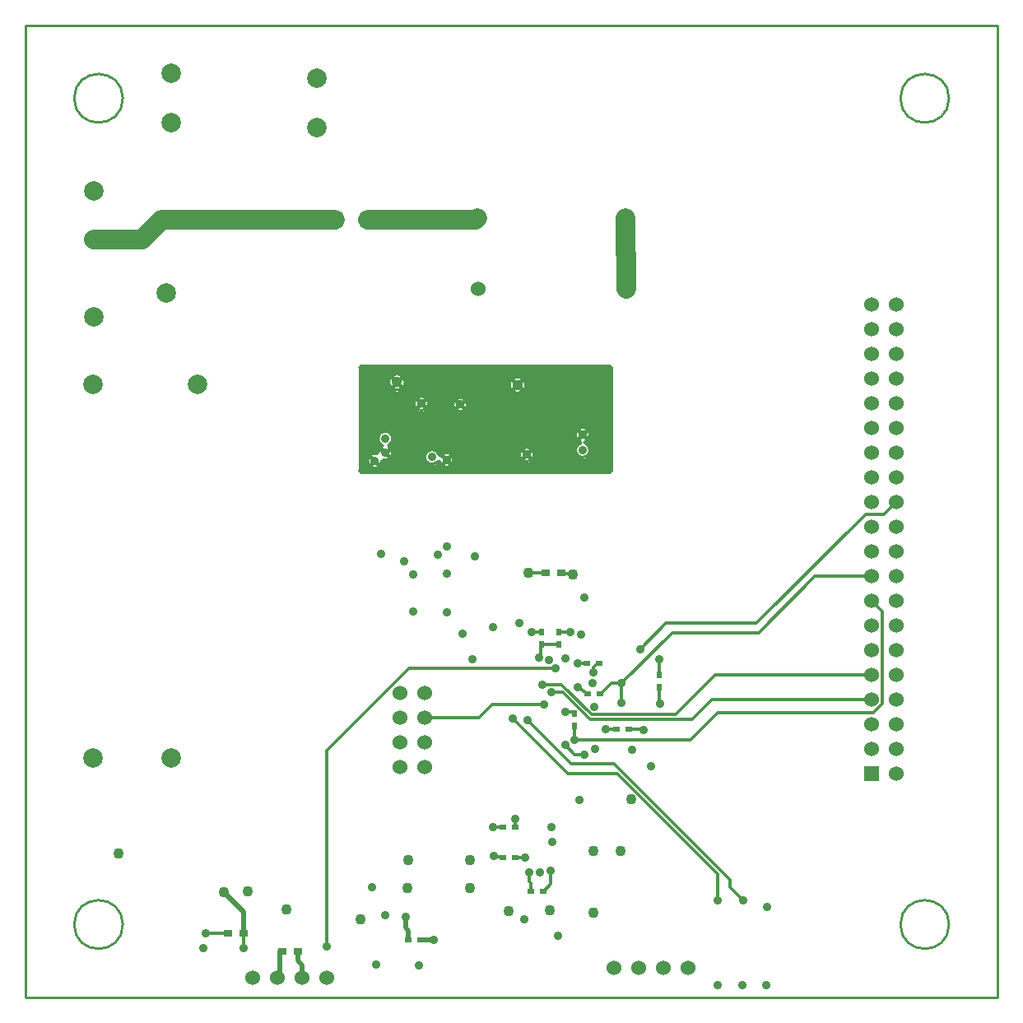
<source format=gbl>
*
*
G04 PADS VX.1.1 Build Number: 678707 generated Gerber (RS-274-X) file*
G04 PC Version=2.1*
*
%IN "opqbox2.pcb"*%
*
%MOIN*%
*
%FSLAX35Y35*%
*
*
*
*
G04 PC Standard Apertures*
*
*
G04 Thermal Relief Aperture macro.*
%AMTER*
1,1,$1,0,0*
1,0,$1-$2,0,0*
21,0,$3,$4,0,0,45*
21,0,$3,$4,0,0,135*
%
*
*
G04 Annular Aperture macro.*
%AMANN*
1,1,$1,0,0*
1,0,$2,0,0*
%
*
*
G04 Odd Aperture macro.*
%AMODD*
1,1,$1,0,0*
1,0,$1-0.005,0,0*
%
*
*
G04 PC Custom Aperture Macros*
*
*
*
*
*
*
G04 PC Aperture Table*
*
%ADD010C,0.001*%
%ADD013C,0.01*%
%ADD028C,0.06*%
%ADD050C,0.04331*%
%ADD073R,0.038X0.03*%
%ADD083R,0.06X0.06*%
%ADD085C,0.01181*%
%ADD087R,0.025X0.02*%
%ADD093R,0.02X0.025*%
%ADD103C,0.015*%
%ADD105C,0.07874*%
%ADD149C,0.01969*%
%ADD151C,0.03543*%
*
*
*
*
G04 PC Circuitry*
G04 Layer Name opqbox2.pcb - circuitry*
%LPD*%
*
*
G04 PC Custom Flashes*
G04 Layer Name opqbox2.pcb - flashes*
%LPD*%
*
*
G04 PC Circuitry*
G04 Layer Name opqbox2.pcb - circuitry*
%LPD*%
*
G54D10*
G54D13*
G01X305809Y319923D02*
G75*
G03X305809I-2872J0D01*
G01X302478Y348031D02*
G03X302478I-3265J0D01*
G01X278856Y340157D02*
G03X278856I-2872J0D01*
G01X263108Y340551D02*
G03X263108I-2872J0D01*
G01X253659Y349213D02*
G03X253659I-3265J0D01*
G01X337295Y313205D02*
Y355299D01*
G03X336795Y355799I-500J0*
G01X235646*
G03X235146Y355299I-0J-500*
G01Y313205*
G03X235646Y312705I500J-0*
G01X336795*
G03X337295Y313205I0J500*
G01X326615Y325270D02*
G03X324566I-1024J2683D01*
G01X326615D02*
G03Y324336I179J-467D01*
G01X324566D02*
G03X326615I1025J-2682D01*
G01X324566D02*
G03Y325270I-179J467D01*
G01X305809Y319923D02*
G03X305809I-2872J0D01*
G01X302478Y348031D02*
G03X302478I-3265J0D01*
G01X267704Y316953D02*
G03X268211Y319486I2768J764D01*
G01X267704Y316953D02*
G03X266828Y317128I-482J-133D01*
G01X267335Y319661D02*
G03X266828Y317128I-2768J-763D01*
G01X267335Y319661D02*
G03X268211Y319486I482J133D01*
G01X278856Y340157D02*
G03X278856I-2872J0D01*
G01X263108Y340551D02*
G03X263108I-2872J0D01*
G01X247056Y323863D02*
G03X244283I-1387J2515D01*
G01X247056D02*
G03Y322987I241J-438D01*
G01X244852Y317720D02*
G03X247056Y322987I817J2752D01*
G01X244852Y317720D02*
G03X244209Y317253I-143J-480D01*
G01X242156Y320076D02*
G03X244209Y317253I-817J-2753D01*
G01X242156Y320076D02*
G03X242798Y320543I143J479D01*
G01X244283Y322987D02*
G03X242798Y320543I1386J-2515D01*
G01X244283Y322987D02*
G03Y323863I-241J438D01*
G01X253659Y349213D02*
G03X253659I-3265J0D01*
G01X235146Y355003D02*
X337295D01*
X235146Y354103D02*
X337295D01*
X235146Y353203D02*
X337295D01*
X251447Y352303D02*
X337295D01*
X252815Y351403D02*
X337295D01*
X301346Y350503D02*
X337295D01*
X302075Y349603D02*
X337295D01*
X302408Y348703D02*
X337295D01*
X302470Y347803D02*
X337295D01*
X302277Y346903D02*
X337295D01*
X301772Y346003D02*
X337295D01*
X300658Y345103D02*
X337295D01*
X235146Y344203D02*
X337295D01*
X261056Y343303D02*
X337295D01*
X277774Y342403D02*
X337295D01*
X278521Y341503D02*
X337295D01*
X278821Y340603D02*
X337295D01*
X278820Y339703D02*
X337295D01*
X278517Y338803D02*
X337295D01*
X277763Y337903D02*
X337295D01*
X235146Y337003D02*
X337295D01*
X235146Y336103D02*
X337295D01*
X235146Y335203D02*
X337295D01*
X235146Y334303D02*
X337295D01*
X235146Y333403D02*
X337295D01*
X235146Y332503D02*
X337295D01*
X235146Y331603D02*
X337295D01*
X326415Y330703D02*
X337295D01*
X327786Y329803D02*
X337295D01*
X328300Y328903D02*
X337295D01*
X328462Y328003D02*
X337295D01*
X328334Y327103D02*
X337295D01*
X327868Y326203D02*
X337295D01*
X326698Y325303D02*
X337295D01*
X326494Y324403D02*
X337295D01*
X327787Y323503D02*
X337295D01*
X328301Y322603D02*
X337295D01*
X328462Y321703D02*
X337295D01*
X328334Y320803D02*
X337295D01*
X327867Y319903D02*
X337295D01*
X326697Y319003D02*
X337295D01*
X305159Y318103D02*
X337295D01*
X303860Y317203D02*
X337295D01*
X272972Y316303D02*
X337295D01*
X272174Y315403D02*
X337295D01*
X241884Y314503D02*
X337295D01*
X235146Y313603D02*
X337295D01*
X235146Y330703D02*
X324766D01*
X247754Y324403D02*
X324688D01*
X305658Y319003D02*
X324485D01*
X248332Y325303D02*
X324483D01*
X235146Y329803D02*
X323395D01*
X246803Y323503D02*
X323394D01*
X305809Y319903D02*
X323314D01*
X248536Y326203D02*
X323313D01*
X247036Y328903D02*
X322881D01*
X303966Y322603D02*
X322881D01*
X305670Y320803D02*
X322848D01*
X248448Y327103D02*
X322847D01*
X248037Y328003D02*
X322719D01*
X305190Y321703D02*
X322719D01*
X273298Y317203D02*
X302014D01*
X247594Y322603D02*
X301907D01*
X273318Y318103D02*
X300715D01*
X265179Y321703D02*
X300684D01*
X273040Y319003D02*
X300216D01*
X266715Y320803D02*
X300204D01*
X272334Y319903D02*
X300065D01*
X235146Y345103D02*
X297767D01*
X253393Y350503D02*
X297079D01*
X250997Y346003D02*
X296653D01*
X253636Y349603D02*
X296350D01*
X252702Y346903D02*
X296148D01*
X253619Y348703D02*
X296017D01*
X253339Y347803D02*
X295955D01*
X261348Y337903D02*
X274205D01*
X262431Y342403D02*
X274195D01*
X262515Y338803D02*
X273452D01*
X262945Y341503D02*
X273448D01*
X262980Y339703D02*
X273149D01*
X263107Y340603D02*
X273147D01*
X243475Y315403D02*
X268771D01*
X267257Y319903D02*
X268611D01*
X265798Y316303D02*
X267973D01*
X266902Y317203D02*
X267543D01*
X248264Y321703D02*
X263955D01*
X244023Y316303D02*
X263335D01*
X248522Y320803D02*
X262419D01*
X244208Y317203D02*
X262248D01*
X248484Y319903D02*
X261877D01*
X247292Y318103D02*
X261807D01*
X248137Y319003D02*
X261697D01*
X235146Y343303D02*
X259417D01*
X235146Y337903D02*
X259125D01*
X235146Y342403D02*
X258042D01*
X235146Y338803D02*
X257958D01*
X235146Y341503D02*
X257527D01*
X235146Y339703D02*
X257493D01*
X235146Y340603D02*
X257365D01*
X235146Y346003D02*
X249791D01*
X235146Y352303D02*
X249340D01*
X235146Y346903D02*
X248085D01*
X235146Y351403D02*
X247972D01*
X235146Y347803D02*
X247448D01*
X235146Y350503D02*
X247394D01*
X235146Y348703D02*
X247168D01*
X235146Y349603D02*
X247152D01*
X235146Y323503D02*
X244535D01*
X235146Y328903D02*
X244302D01*
X235146Y322603D02*
X243744D01*
X235146Y324403D02*
X243584D01*
X235146Y328003D02*
X243302D01*
X235146Y321703D02*
X243075D01*
X235146Y325303D02*
X243006D01*
X235146Y327103D02*
X242891D01*
X235146Y320803D02*
X242817D01*
X235146Y326203D02*
X242803D01*
X235146Y314503D02*
X240793D01*
X235146Y319903D02*
X240079D01*
X235146Y315403D02*
X239203D01*
X235146Y319003D02*
X239010D01*
X235146Y316303D02*
X238654D01*
X235146Y318103D02*
X238575D01*
X235146Y317203D02*
X238469D01*
X100000Y100000D02*
Y493701D01*
X493701*
Y100000*
X100000*
X139370Y129528D02*
G03X139370I-9842J0D01*
G01X474016D02*
G03X474016I-9843J0D01*
G01Y464173D02*
G03X474016I-9843J0D01*
G01X139370D02*
G03X139370I-9842J0D01*
G54D28*
G01X283268Y386811D03*
X343268D03*
X343110Y415748D03*
X283110D03*
X251575Y223425D03*
X261575D03*
X251575Y213425D03*
X261575D03*
X251575Y203425D03*
X261575D03*
X251575Y193425D03*
X261575D03*
X452520Y190551D03*
Y200551D03*
X442520D03*
X452520Y210551D03*
X442520D03*
X452520Y220551D03*
X442520D03*
X452520Y230551D03*
X442520D03*
X452520Y240551D03*
X442520D03*
X452520Y250551D03*
X442520D03*
X452520Y260551D03*
X442520D03*
X452520Y270551D03*
X442520D03*
X452520Y280551D03*
X442520D03*
X452520Y290551D03*
X442520D03*
X452520Y300551D03*
X442520D03*
X452520Y310551D03*
X442520D03*
X452520Y320551D03*
X442520D03*
X452520Y330551D03*
X442520D03*
X452520Y340551D03*
X442520D03*
X452520Y350551D03*
X442520D03*
X452520Y360551D03*
X442520D03*
X452520Y370551D03*
X442520D03*
X452520Y380551D03*
X442520D03*
X192126Y107874D03*
X202126D03*
X212126D03*
X222126D03*
X338189Y111811D03*
X348189D03*
X358189D03*
X368189D03*
G54D50*
X180315Y142520D03*
X189852Y142864D03*
X205669Y135585D03*
X235746Y131496D03*
X254756Y144444D03*
X279890D03*
X312205Y135433D03*
X295669Y135039D03*
X329879Y134222D03*
X137795Y158268D03*
X254830Y155557D03*
X279890D03*
X329879Y159431D03*
X340991D03*
X345276Y180315D03*
X303543Y272047D03*
X321654Y271260D03*
X250394Y349213D03*
X299213Y348031D03*
G54D73*
X310680Y272047D03*
X316880D03*
X210187Y118504D03*
X203987D03*
X181939Y125984D03*
X188139D03*
G54D83*
X225140Y414961D03*
X238640D03*
X442520Y190551D03*
G54D85*
X172835Y125984D02*
X181939D01*
X188189Y120079D02*
Y125984D01*
X188139*
X222047Y120472D02*
Y199824D01*
X255396Y233173*
X314465*
X304587Y142913D02*
Y146201D01*
X303974Y146814*
Y150548*
X309587Y142913D02*
X309837D01*
X312782Y145859*
Y151353*
X390551Y139370D02*
X385276Y144645D01*
Y147579*
X338367Y194488*
X320866*
X303150Y212205*
X380315Y139370D02*
Y150022D01*
X339785Y190551*
X319685*
X297244Y212992*
X293169Y156693D02*
Y157102D01*
X292510*
X289522Y157256*
X302206Y156686D02*
Y156693D01*
X298169*
X289370Y168898D02*
X293169D01*
X298216Y172291D02*
X298157Y172441D01*
X298169Y168898D02*
X298157D01*
Y172441*
X322441Y209902D02*
Y204331D01*
X369370*
X380394Y215354*
X443249*
X446850Y218956*
Y256220*
X326378Y198425D02*
X322441D01*
X318504Y202362*
X261575Y213425D02*
X283783D01*
X289074Y218716*
X310054*
X322441Y214902D02*
Y215539D01*
X318504Y215748*
X327618Y222835D02*
X327541D01*
X323622Y225591*
X332618Y222835D02*
X332868D01*
X337199Y227165*
X341339*
Y219291*
X350394Y208268D02*
Y208465D01*
X344429*
X339429D02*
X335039D01*
Y208661*
X370103Y212598D02*
X378055Y220551D01*
X442520*
X370103Y212598D02*
X328696D01*
X328696D02*
X317672Y223622D01*
X312992*
X363249Y214567D02*
X379233Y230551D01*
X442520*
X363249Y214567D02*
X329261D01*
X317056Y226772*
X309449*
X357087Y218898D02*
X356693D01*
Y225650*
X309055Y242776D02*
X308858Y242972D01*
X307855Y237795D02*
Y238170D01*
X308661Y238976*
Y242382*
X309055Y242776*
X308858Y242972D02*
X315945D01*
X329921Y231496D02*
Y233599D01*
X331756Y235433*
X332224*
X327224D02*
X325974D01*
X323594Y235460*
X348819Y240945D02*
X359449Y251575D01*
X396063*
X440157Y295669*
X447638*
X452520Y300551*
X341339Y227165D02*
X361811Y247638D01*
X396850*
X419764Y270551*
X442520*
X356693Y230650D02*
Y237008D01*
X308858Y247972D02*
Y248031D01*
X305118*
X315945Y247972D02*
Y248031D01*
X320472*
X446850Y256220D02*
X442520Y260551D01*
X303543Y272047D02*
X310680D01*
X321654Y271260D02*
Y271777D01*
X316880*
Y272047*
G54D87*
X332618Y222835D03*
X327618D03*
X339429Y208465D03*
X344429D03*
X332224Y235433D03*
X327224D03*
X298169Y156693D03*
X293169D03*
X298169Y168898D03*
X293169D03*
X309587Y142913D03*
X304587D03*
X254980Y123228D03*
X259980D03*
G54D93*
X308858Y242972D03*
Y247972D03*
X315945Y242972D03*
Y247972D03*
X322441Y214902D03*
Y209902D03*
X356693Y225650D03*
Y230650D03*
G54D103*
X252703Y351522D02*
X251925Y350744D01*
X248085Y351522D02*
X248863Y350744D01*
X248085Y346904D02*
X248863Y347681D01*
X252703Y346904D02*
X251925Y347681D01*
X239308Y319353D02*
X240086Y318576D01*
X239308Y315292D02*
X240086Y316070D01*
X243369Y315292D02*
X242591Y316070D01*
X304967Y321953D02*
X304190Y321175D01*
X300906Y321953D02*
X301684Y321175D01*
X300906Y317892D02*
X301684Y318670D01*
X304967Y317892D02*
X304190Y318670D01*
X301522Y350340D02*
X300744Y349563D01*
X296904Y350340D02*
X297681Y349563D01*
X296904Y345723D02*
X297681Y346500D01*
X301522Y345723D02*
X300744Y346500D01*
X327621Y329983D02*
X326843Y329206D01*
X323560Y329983D02*
X324338Y329206D01*
X323560Y325922D02*
X324338Y326700D01*
X327621Y325922D02*
X326843Y326700D01*
X272503Y319747D02*
X271725Y318969D01*
X268442Y319747D02*
X269220Y318969D01*
X268442Y315686D02*
X269220Y316464D01*
X272503Y315686D02*
X271725Y316464D01*
X247700Y322503D02*
X246922Y321725D01*
X243639Y322503D02*
X244417Y321725D01*
X247700Y318442D02*
X246922Y319220D01*
X278015Y342188D02*
X277237Y341410D01*
X273954Y342188D02*
X274732Y341410D01*
X273954Y338127D02*
X274732Y338905D01*
X278015Y338127D02*
X277237Y338905D01*
X262267Y342582D02*
X261489Y341804D01*
X258206Y342582D02*
X258983Y341804D01*
X258206Y338521D02*
X258983Y339298D01*
X262267Y338521D02*
X261489Y339298D01*
G54D105*
X218110Y452362D03*
Y472362D03*
X157087Y385433D03*
X127559Y375591D03*
Y426772D03*
Y407087D03*
X159055Y454331D03*
Y474331D03*
X127362Y348425D03*
X169685D03*
X158858Y196850D03*
X127362D03*
X343268Y386811D02*
Y401201D01*
X343110Y401358*
Y415748*
X127559Y407087D02*
X147244D01*
X155118Y414961*
X225140*
X238640D02*
X282323D01*
X283110Y415748*
G54D149*
X188139Y125984D02*
Y134695D01*
X180315Y142520*
X212126Y107874D02*
Y113071D01*
X210187Y115010*
Y118504*
X202126Y107874D02*
X203071D01*
Y118504*
X203987*
X259980Y123228D02*
X265354D01*
X254980D02*
Y127010D01*
X253843Y128147*
Y132701*
G54D151*
X390157Y105118D03*
X380315D03*
X400000D03*
X172835Y125984D03*
X172047Y120079D03*
X188189D03*
X222047Y120472D03*
X242126Y113386D03*
X259449Y112992D03*
X265354Y123228D03*
X315748Y124803D03*
X245633Y133375D03*
X240453Y144465D03*
X253843Y132701D03*
X301956Y131708D03*
X390551Y139370D03*
X380315D03*
X400394Y136614D03*
X289522Y157256D03*
X312782Y151353D03*
X313386Y162992D03*
X308268Y150787D03*
X302206Y156686D03*
X303974Y150548D03*
X289370Y168898D03*
X313061Y168800D03*
X298216Y172291D03*
X324409Y179921D03*
X326378Y198425D03*
X318504Y202362D03*
X322441Y204331D03*
X330709Y200787D03*
X345669Y200394D03*
X353150Y193701D03*
X303150Y212205D03*
X297244Y212992D03*
X312992Y223622D03*
X310054Y218716D03*
X330315Y217717D03*
X318504Y215748D03*
X323622Y225591D03*
X341339Y219291D03*
X335039Y208661D03*
X350394Y208268D03*
X357087Y218898D03*
X281102Y237008D03*
X314465Y233173D03*
X309449Y226772D03*
X307855Y237795D03*
X311998Y236566D03*
X329921Y231496D03*
X323594Y235460D03*
X318722Y237426D03*
X329528Y227165D03*
X348819Y240945D03*
X341339Y227165D03*
X356693Y237008D03*
X270472Y255906D03*
X257087Y256299D03*
X289370Y250000D03*
X276856Y247336D03*
X305118Y248031D03*
X300000Y251575D03*
X324803Y246850D03*
X320472Y248031D03*
X326378Y261811D03*
X244094Y279528D03*
X253150Y276772D03*
X266929Y279134D03*
X270472Y271654D03*
Y282677D03*
X257087Y271260D03*
X281890Y278740D03*
X245669Y326378D03*
Y320472D03*
X241339Y317323D03*
X264567Y318898D03*
X270472Y317717D03*
X302937Y319923D03*
X325591Y321654D03*
X260236Y340551D03*
X275984Y340157D03*
X325591Y327953D03*
G74*
X0Y0D02*
M02*

</source>
